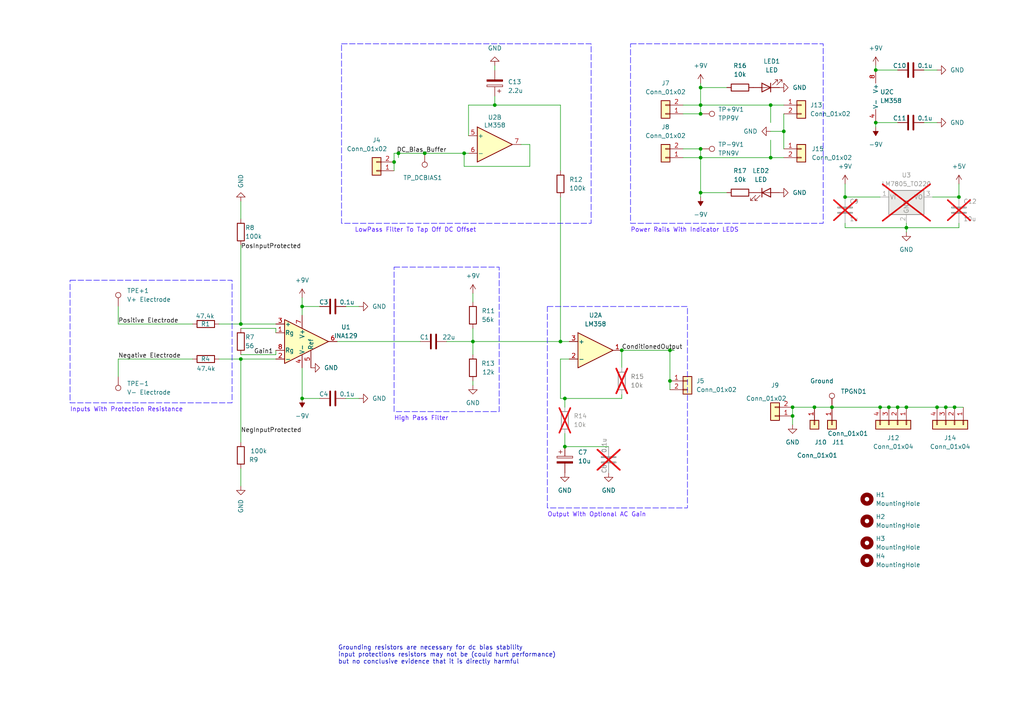
<source format=kicad_sch>
(kicad_sch (version 20231120) (generator "eeschema") (generator_version "8.0")
  (paper "A4")
  (lib_symbols
    (symbol "Amplifier_Instrumentation:INA129" (pin_names (offset 0.127))
      (property "Reference" "U" (at 3.81 3.175 0))
      (property "Value" "INA129" (at 3.81 -3.175 0))
      (symbol "INA129_0_1"
        (polyline (pts (xy 7.62 0) (xy -5.08 6.35) (xy -5.08 -6.35) (xy 7.62 0)) (stroke (width 0.254)) (fill (type background)))
      )
      (symbol "INA129_1_1"
        (pin passive line (at -7.62 2.54 0) (length 2.54) (name "Rg") (number "1"))
        (pin input line (at -7.62 -5.08 0) (length 2.54) (name "-") (number "2"))
        (pin input line (at -7.62 5.08 0) (length 2.54) (name "+") (number "3"))
        (pin power_in line (at 0 -7.62 90) (length 3.81) (name "V-") (number "4"))
        (pin input line (at 2.54 -7.62 90) (length 5.08) (name "Ref") (number "5"))
        (pin output line (at 10.16 0 180) (length 2.54) (name "~") (number "6"))
        (pin power_in line (at 0 7.62 270) (length 3.81) (name "V+") (number "7"))
        (pin passive line (at -7.62 -2.54 0) (length 2.54) (name "Rg") (number "8"))
      )
    )
    (symbol "Amplifier_Operational:LM358" (pin_names (offset 0.127))
      (property "Reference" "U" (at 0 5.08 0))
      (property "Value" "LM358" (at 0 -5.08 0))
      (symbol "LM358_1_1"
        (polyline (pts (xy -5.08 5.08) (xy 5.08 0) (xy -5.08 -5.08) (xy -5.08 5.08)) (stroke (width 0.254)) (fill (type background)))
        (pin output line (at 7.62 0 180) (length 2.54) (name "~") (number "1"))
        (pin input line (at -7.62 -2.54 0) (length 2.54) (name "-") (number "2"))
        (pin input line (at -7.62 2.54 0) (length 2.54) (name "+") (number "3"))
      )
      (symbol "LM358_2_1"
        (polyline (pts (xy -5.08 5.08) (xy 5.08 0) (xy -5.08 -5.08) (xy -5.08 5.08)) (stroke (width 0.254)) (fill (type background)))
        (pin input line (at -7.62 2.54 0) (length 2.54) (name "+") (number "5"))
        (pin input line (at -7.62 -2.54 0) (length 2.54) (name "-") (number "6"))
        (pin output line (at 7.62 0 180) (length 2.54) (name "~") (number "7"))
      )
      (symbol "LM358_3_1"
        (pin power_in line (at -2.54 -7.62 90) (length 3.81) (name "V-") (number "4"))
        (pin power_in line (at -2.54 7.62 270) (length 3.81) (name "V+") (number "8"))
      )
    )
    (symbol "Connector:TestPoint" (pin_numbers hide) (pin_names (offset 0.762) hide)
      (property "Reference" "TP" (at 0 6.858 0))
      (property "Value" "TestPoint" (at 0 5.08 0))
      (symbol "TestPoint_0_1"
        (circle (center 0 3.302) (radius 0.762))
      )
      (symbol "TestPoint_1_1"
        (pin passive line (at 0 0 90) (length 2.54) (name "1") (number "1"))
      )
    )
    (symbol "Connector_Generic:Conn_01x01" (pin_names (offset 1.016) hide)
      (property "Reference" "J" (at 0 2.54 0))
      (property "Value" "Conn_01x01" (at 0 -2.54 0))
      (symbol "Conn_01x01_1_1"
        (rectangle (start -1.27 0.127) (end 0 -0.127) (stroke (width 0.1524)))
        (rectangle (start -1.27 1.27) (end 1.27 -1.27) (stroke (width 0.254)) (fill (type background)))
        (pin passive line (at -5.08 0 0) (length 3.81) (name "Pin_1") (number "1"))
      )
    )
    (symbol "Connector_Generic:Conn_01x02" (pin_names (offset 1.016) hide)
      (property "Reference" "J" (at 0 2.54 0))
      (property "Value" "Conn_01x02" (at 0 -5.08 0))
      (symbol "Conn_01x02_1_1"
        (rectangle (start -1.27 -2.413) (end 0 -2.667) (stroke (width 0.1524)))
        (rectangle (start -1.27 0.127) (end 0 -0.127) (stroke (width 0.1524)))
        (rectangle (start -1.27 1.27) (end 1.27 -3.81) (stroke (width 0.254)) (fill (type background)))
        (pin passive line (at -5.08 0 0) (length 3.81) (name "Pin_1") (number "1"))
        (pin passive line (at -5.08 -2.54 0) (length 3.81) (name "Pin_2") (number "2"))
      )
    )
    (symbol "Connector_Generic:Conn_01x04" (pin_names (offset 1.016) hide)
      (property "Reference" "J" (at 0 5.08 0))
      (property "Value" "Conn_01x04" (at 0 -7.62 0))
      (symbol "Conn_01x04_1_1"
        (rectangle (start -1.27 -4.953) (end 0 -5.207) (stroke (width 0.1524)))
        (rectangle (start -1.27 -2.413) (end 0 -2.667) (stroke (width 0.1524)))
        (rectangle (start -1.27 0.127) (end 0 -0.127) (stroke (width 0.1524)))
        (rectangle (start -1.27 2.667) (end 0 2.413) (stroke (width 0.1524)))
        (rectangle (start -1.27 3.81) (end 1.27 -6.35) (stroke (width 0.254)) (fill (type background)))
        (pin passive line (at -5.08 2.54 0) (length 3.81) (name "Pin_1") (number "1"))
        (pin passive line (at -5.08 0 0) (length 3.81) (name "Pin_2") (number "2"))
        (pin passive line (at -5.08 -2.54 0) (length 3.81) (name "Pin_3") (number "3"))
        (pin passive line (at -5.08 -5.08 0) (length 3.81) (name "Pin_4") (number "4"))
      )
    )
    (symbol "Device:C" (pin_numbers hide) (pin_names (offset 0.254))
      (property "Reference" "C" (at 0.635 2.54 0))
      (property "Value" "C" (at 0.635 -2.54 0))
      (symbol "C_0_1"
        (polyline (pts (xy -2.032 -0.762) (xy 2.032 -0.762)) (stroke (width 0.508)))
        (polyline (pts (xy -2.032 0.762) (xy 2.032 0.762)) (stroke (width 0.508)))
      )
      (symbol "C_1_1"
        (pin passive line (at 0 3.81 270) (length 2.794) (name "~") (number "1"))
        (pin passive line (at 0 -3.81 90) (length 2.794) (name "~") (number "2"))
      )
    )
    (symbol "Device:C_Polarized" (pin_numbers hide) (pin_names (offset 0.254))
      (property "Reference" "C" (at 0.635 2.54 0))
      (property "Value" "C_Polarized" (at 0.635 -2.54 0))
      (symbol "C_Polarized_0_1"
        (rectangle (start -2.286 0.508) (end 2.286 1.016))
        (polyline (pts (xy -1.778 2.286) (xy -0.762 2.286)))
        (polyline (pts (xy -1.27 2.794) (xy -1.27 1.778)))
        (rectangle (start 2.286 -0.508) (end -2.286 -1.016) (fill (type outline)))
      )
      (symbol "C_Polarized_1_1"
        (pin passive line (at 0 3.81 270) (length 2.794) (name "~") (number "1"))
        (pin passive line (at 0 -3.81 90) (length 2.794) (name "~") (number "2"))
      )
    )
    (symbol "Device:LED" (pin_numbers hide) (pin_names (offset 1.016) hide)
      (property "Reference" "D" (at 0 2.54 0))
      (property "Value" "LED" (at 0 -2.54 0))
      (symbol "LED_0_1"
        (polyline (pts (xy -1.27 -1.27) (xy -1.27 1.27)) (stroke (width 0.254)))
        (polyline (pts (xy -1.27 0) (xy 1.27 0)))
        (polyline (pts (xy 1.27 -1.27) (xy 1.27 1.27) (xy -1.27 0) (xy 1.27 -1.27)) (stroke (width 0.254)))
        (polyline (pts (xy -3.048 -0.762) (xy -4.572 -2.286) (xy -3.81 -2.286) (xy -4.572 -2.286) (xy -4.572 -1.524)))
        (polyline (pts (xy -1.778 -0.762) (xy -3.302 -2.286) (xy -2.54 -2.286) (xy -3.302 -2.286) (xy -3.302 -1.524)))
      )
      (symbol "LED_1_1"
        (pin passive line (at -3.81 0 0) (length 2.54) (name "K") (number "1"))
        (pin passive line (at 3.81 0 180) (length 2.54) (name "A") (number "2"))
      )
    )
    (symbol "Device:R" (pin_numbers hide) (pin_names (offset 0))
      (property "Reference" "R" (at 2.032 0 90))
      (property "Value" "R" (at 0 0 90))
      (symbol "R_0_1"
        (rectangle (start -1.016 -2.54) (end 1.016 2.54) (stroke (width 0.254)))
      )
      (symbol "R_1_1"
        (pin passive line (at 0 3.81 270) (length 1.27) (name "~") (number "1"))
        (pin passive line (at 0 -3.81 90) (length 1.27) (name "~") (number "2"))
      )
    )
    (symbol "Mechanical:MountingHole" (pin_names (offset 1.016))
      (property "Reference" "H" (at 0 5.08 0))
      (property "Value" "MountingHole" (at 0 3.175 0))
      (symbol "MountingHole_0_1"
        (circle (center 0 0) (radius 1.27) (stroke (width 1.27)))
      )
    )
    (symbol "Regulator_Linear:LM7805_TO220" (pin_names (offset 0.254))
      (property "Reference" "U" (at -3.81 3.175 0))
      (property "Value" "LM7805_TO220" (at 0 3.175 0))
      (symbol "LM7805_TO220_0_1"
        (rectangle (start -5.08 1.905) (end 5.08 -5.08) (stroke (width 0.254)) (fill (type background)))
      )
      (symbol "LM7805_TO220_1_1"
        (pin power_in line (at -7.62 0 0) (length 2.54) (name "VI") (number "1"))
        (pin power_in line (at 0 -7.62 90) (length 2.54) (name "GND") (number "2"))
        (pin power_out line (at 7.62 0 180) (length 2.54) (name "VO") (number "3"))
      )
    )
    (symbol "power:+5V" (power) (pin_names (offset 0))
      (property "Value" "+5V" (at 0 3.556 0))
      (symbol "+5V_0_1"
        (polyline (pts (xy -0.762 1.27) (xy 0 2.54)))
        (polyline (pts (xy 0 0) (xy 0 2.54)))
        (polyline (pts (xy 0 2.54) (xy 0.762 1.27)))
      )
      (symbol "+5V_1_1"
        (pin power_in line (at 0 0 90) (length 0) hide (name "+5V") (number "1"))
      )
    )
    (symbol "power:+9V" (power) (pin_names (offset 0))
      (property "Value" "+9V" (at 0 3.556 0))
      (symbol "+9V_0_1"
        (polyline (pts (xy -0.762 1.27) (xy 0 2.54)))
        (polyline (pts (xy 0 0) (xy 0 2.54)))
        (polyline (pts (xy 0 2.54) (xy 0.762 1.27)))
      )
      (symbol "+9V_1_1"
        (pin power_in line (at 0 0 90) (length 0) hide (name "+9V") (number "1"))
      )
    )
    (symbol "power:-9V" (power) (pin_names (offset 0))
      (property "Value" "-9V" (at 0 3.81 0))
      (symbol "-9V_0_1"
        (polyline (pts (xy 0 0) (xy 0 2.54)))
        (polyline (pts (xy 0.762 1.27) (xy -0.762 1.27) (xy 0 2.54) (xy 0.762 1.27)) (fill (type outline)))
      )
      (symbol "-9V_1_1"
        (pin power_in line (at 0 0 90) (length 0) hide (name "-9V") (number "1"))
      )
    )
    (symbol "power:GND" (power) (pin_names (offset 0))
      (property "Value" "GND" (at 0 -3.81 0))
      (symbol "GND_0_1"
        (polyline (pts (xy 0 0) (xy 0 -1.27) (xy 1.27 -1.27) (xy 0 -2.54) (xy -1.27 -1.27) (xy 0 -1.27)))
      )
      (symbol "GND_1_1"
        (pin power_in line (at 0 0 270) (length 0) hide (name "GND") (number "1"))
      )
    )
  )
  (junction (at 163.83 129.54))
  (junction (at 203.2 43.18))
  (junction (at 194.31 110.49))
  (junction (at 223.52 45.72))
  (junction (at 203.2 33.02))
  (junction (at 262.89 66.04))
  (junction (at 87.63 88.9))
  (junction (at 134.62 44.45))
  (junction (at 143.51 30.48))
  (junction (at 276.86 118.11))
  (junction (at 227.33 38.1))
  (junction (at 223.52 30.48))
  (junction (at 278.13 57.15))
  (junction (at 69.85 104.14))
  (junction (at 241.3 118.11))
  (junction (at 137.16 99.06))
  (junction (at 229.87 118.11))
  (junction (at 271.78 118.11))
  (junction (at 257.81 118.11))
  (junction (at 194.31 101.6))
  (junction (at 87.63 115.57))
  (junction (at 245.11 57.15))
  (junction (at 203.2 25.4))
  (junction (at 203.2 55.88))
  (junction (at 123.19 44.45))
  (junction (at 69.85 93.98))
  (junction (at 254 35.56))
  (junction (at 236.22 118.11))
  (junction (at 260.35 118.11))
  (junction (at 114.3 46.99))
  (junction (at 203.2 45.72))
  (junction (at 254 20.32))
  (junction (at 262.89 118.11))
  (junction (at 229.87 120.65))
  (junction (at 255.27 118.11))
  (junction (at 180.34 101.6))
  (junction (at 274.32 118.11))
  (junction (at 163.83 115.57))
  (junction (at 162.56 99.06))
  (junction (at 203.2 30.48))
  (junction (at 115.57 44.45))
  (wire (pts (xy 227.33 38.1) (xy 227.33 43.18)))
  (wire (pts (xy 114.3 46.99) (xy 114.3 49.53)))
  (wire (pts (xy 137.16 95.25) (xy 137.16 99.06)))
  (wire (pts (xy 198.12 30.48) (xy 203.2 30.48)))
  (wire (pts (xy 198.12 43.18) (xy 203.2 43.18)))
  (wire (pts (xy 203.2 24.13) (xy 203.2 25.4)))
  (wire (pts (xy 229.87 120.65) (xy 229.87 123.19)))
  (wire (pts (xy 69.85 93.98) (xy 80.01 93.98)))
  (wire (pts (xy 92.71 88.9) (xy 87.63 88.9)))
  (wire (pts (xy 245.11 57.15) (xy 255.27 57.15)))
  (wire (pts (xy 245.11 66.04) (xy 262.89 66.04)))
  (wire (pts (xy 194.31 110.49) (xy 194.31 113.03)))
  (wire (pts (xy 143.51 27.94) (xy 143.51 30.48)))
  (wire (pts (xy 210.82 25.4) (xy 203.2 25.4)))
  (wire (pts (xy 180.34 101.6) (xy 180.34 106.68)))
  (wire (pts (xy 260.35 118.11) (xy 262.89 118.11)))
  (wire (pts (xy 203.2 43.18) (xy 203.2 45.72)))
  (wire (pts (xy 262.89 64.77) (xy 262.89 66.04)))
  (wire (pts (xy 100.33 88.9) (xy 104.14 88.9)))
  (wire (pts (xy 162.56 57.15) (xy 162.56 99.06)))
  (wire (pts (xy 100.33 115.57) (xy 104.14 115.57)))
  (wire (pts (xy 276.86 118.11) (xy 279.4 118.11)))
  (wire (pts (xy 245.11 64.77) (xy 245.11 66.04)))
  (wire (pts (xy 203.2 30.48) (xy 203.2 33.02)))
  (wire (pts (xy 229.87 118.11) (xy 229.87 120.65)))
  (wire (pts (xy 80.01 95.25) (xy 80.01 96.52)))
  (wire (pts (xy 227.33 33.02) (xy 227.33 38.1)))
  (wire (pts (xy 255.27 118.11) (xy 257.81 118.11)))
  (wire (pts (xy 162.56 30.48) (xy 162.56 49.53)))
  (wire (pts (xy 254 36.83) (xy 254 35.56)))
  (wire (pts (xy 34.29 104.14) (xy 55.88 104.14)))
  (wire (pts (xy 163.83 125.73) (xy 163.83 129.54)))
  (wire (pts (xy 223.52 40.64) (xy 223.52 45.72)))
  (wire (pts (xy 198.12 33.02) (xy 203.2 33.02)))
  (wire (pts (xy 97.79 99.06) (xy 121.92 99.06)))
  (wire (pts (xy 271.78 118.11) (xy 274.32 118.11)))
  (wire (pts (xy 34.29 88.9) (xy 34.29 93.98)))
  (wire (pts (xy 87.63 88.9) (xy 87.63 91.44)))
  (wire (pts (xy 69.85 95.25) (xy 80.01 95.25)))
  (wire (pts (xy 257.81 118.11) (xy 260.35 118.11)))
  (wire (pts (xy 223.52 45.72) (xy 227.33 45.72)))
  (wire (pts (xy 114.3 44.45) (xy 114.3 46.99)))
  (wire (pts (xy 180.34 101.6) (xy 194.31 101.6)))
  (wire (pts (xy 134.62 48.26) (xy 153.67 48.26)))
  (wire (pts (xy 254 35.56) (xy 260.35 35.56)))
  (wire (pts (xy 143.51 19.05) (xy 143.51 20.32)))
  (wire (pts (xy 135.89 30.48) (xy 143.51 30.48)))
  (wire (pts (xy 63.5 93.98) (xy 69.85 93.98)))
  (wire (pts (xy 274.32 118.11) (xy 276.86 118.11)))
  (wire (pts (xy 92.71 115.57) (xy 87.63 115.57)))
  (wire (pts (xy 223.52 45.72) (xy 203.2 45.72)))
  (wire (pts (xy 236.22 118.11) (xy 229.87 118.11)))
  (wire (pts (xy 223.52 30.48) (xy 227.33 30.48)))
  (wire (pts (xy 134.62 48.26) (xy 134.62 44.45)))
  (wire (pts (xy 123.19 44.45) (xy 134.62 44.45)))
  (wire (pts (xy 162.56 104.14) (xy 162.56 115.57)))
  (wire (pts (xy 254 20.32) (xy 260.35 20.32)))
  (wire (pts (xy 203.2 57.15) (xy 203.2 55.88)))
  (wire (pts (xy 34.29 104.14) (xy 34.29 109.22)))
  (wire (pts (xy 180.34 114.3) (xy 180.34 115.57)))
  (wire (pts (xy 267.97 35.56) (xy 271.78 35.56)))
  (wire (pts (xy 270.51 57.15) (xy 278.13 57.15)))
  (wire (pts (xy 163.83 129.54) (xy 176.53 129.54)))
  (wire (pts (xy 267.97 20.32) (xy 271.78 20.32)))
  (wire (pts (xy 69.85 71.12) (xy 69.85 93.98)))
  (wire (pts (xy 223.52 38.1) (xy 227.33 38.1)))
  (wire (pts (xy 203.2 55.88) (xy 203.2 45.72)))
  (wire (pts (xy 198.12 45.72) (xy 203.2 45.72)))
  (wire (pts (xy 80.01 102.87) (xy 80.01 101.6)))
  (wire (pts (xy 129.54 99.06) (xy 137.16 99.06)))
  (wire (pts (xy 162.56 99.06) (xy 165.1 99.06)))
  (wire (pts (xy 137.16 85.09) (xy 137.16 87.63)))
  (wire (pts (xy 137.16 110.49) (xy 137.16 111.76)))
  (wire (pts (xy 87.63 86.36) (xy 87.63 88.9)))
  (wire (pts (xy 245.11 53.34) (xy 245.11 57.15)))
  (wire (pts (xy 223.52 35.56) (xy 223.52 30.48)))
  (wire (pts (xy 210.82 55.88) (xy 203.2 55.88)))
  (wire (pts (xy 203.2 25.4) (xy 203.2 30.48)))
  (wire (pts (xy 87.63 106.68) (xy 87.63 115.57)))
  (wire (pts (xy 137.16 99.06) (xy 162.56 99.06)))
  (wire (pts (xy 135.89 30.48) (xy 135.89 39.37)))
  (wire (pts (xy 69.85 135.89) (xy 69.85 140.97)))
  (wire (pts (xy 223.52 30.48) (xy 203.2 30.48)))
  (wire (pts (xy 163.83 115.57) (xy 163.83 118.11)))
  (wire (pts (xy 194.31 101.6) (xy 194.31 110.49)))
  (wire (pts (xy 69.85 102.87) (xy 80.01 102.87)))
  (wire (pts (xy 254 19.05) (xy 254 20.32)))
  (wire (pts (xy 115.57 44.45) (xy 123.19 44.45)))
  (wire (pts (xy 80.01 104.14) (xy 69.85 104.14)))
  (wire (pts (xy 153.67 41.91) (xy 153.67 48.26)))
  (wire (pts (xy 162.56 115.57) (xy 163.83 115.57)))
  (wire (pts (xy 262.89 66.04) (xy 278.13 66.04)))
  (wire (pts (xy 69.85 104.14) (xy 69.85 128.27)))
  (wire (pts (xy 63.5 104.14) (xy 69.85 104.14)))
  (wire (pts (xy 137.16 99.06) (xy 137.16 102.87)))
  (wire (pts (xy 34.29 93.98) (xy 55.88 93.98)))
  (wire (pts (xy 114.3 44.45) (xy 115.57 44.45)))
  (wire (pts (xy 194.31 101.6) (xy 195.58 101.6)))
  (wire (pts (xy 69.85 58.42) (xy 69.85 63.5)))
  (wire (pts (xy 241.3 118.11) (xy 236.22 118.11)))
  (wire (pts (xy 165.1 104.14) (xy 162.56 104.14)))
  (wire (pts (xy 151.13 41.91) (xy 153.67 41.91)))
  (wire (pts (xy 262.89 118.11) (xy 271.78 118.11)))
  (wire (pts (xy 115.57 44.45) (xy 115.57 45.72)))
  (wire (pts (xy 134.62 44.45) (xy 135.89 44.45)))
  (wire (pts (xy 262.89 66.04) (xy 262.89 67.31)))
  (wire (pts (xy 163.83 115.57) (xy 180.34 115.57)))
  (wire (pts (xy 278.13 53.34) (xy 278.13 57.15)))
  (wire (pts (xy 278.13 64.77) (xy 278.13 66.04)))
  (wire (pts (xy 241.3 118.11) (xy 255.27 118.11)))
  (wire (pts (xy 143.51 30.48) (xy 162.56 30.48)))
  (rectangle (start 114.3 77.47) (end 144.78 119.38) (stroke (width 0) (type dash) (color 26 0 255 1)))
  (rectangle (start 20.32 81.28) (end 67.31 116.84) (stroke (width 0) (type dash) (color 26 0 255 1)))
  (rectangle (start 158.75 88.9) (end 199.39 147.32) (stroke (width 0) (type dash) (color 26 0 255 1)))
  (rectangle (start 182.88 12.7) (end 238.76 64.77) (stroke (width 0) (type dash) (color 26 0 255 1)))
  (rectangle (start 99.06 12.7) (end 171.45 64.77) (stroke (width 0) (type dash) (color 26 0 255 1)))
  (text "Power Rails With Indicator LEDS" (at 182.88 66.04 0) (effects (font (size 1.27 1.27)) (justify left top)))
  (text "Output With Optional AC Gain\n" (at 158.75 148.59 0) (effects (font (size 1.27 1.27)) (justify left top)))
  (text "Inputs With Protection Resistance" (at 20.32 118.11 0) (effects (font (size 1.27 1.27)) (justify left top)))
  (text "High Pass Filter\n" (at 114.3 120.65 0) (effects (font (size 1.27 1.27)) (justify left top)))
  (text "LowPass Filter To Tap Off DC Offset" (at 102.87 66.04 0) (effects (font (size 1.27 1.27)) (justify left top)))
  (text "Grounding resistors are necessary for dc bias stability\ninput protections resistors may not be (could hurt performance)\nbut no conclusive evidence that it is directly harmful\n" (at 98.044 192.786 0) (effects (font (size 1.27 1.27)) (justify left bottom)))
  (label "Negative Electrode" (at 34.29 104.14 0))
  (label "ConditionedOutput" (at 180.34 101.6 0))
  (label "Gain1" (at 73.66 102.87 0))
  (label "Positive Electrode" (at 34.29 93.98 0))
  (label "PosInputProtected" (at 69.85 72.39 0))
  (label "NegInputProtected" (at 69.85 125.73 0))
  (label "DC_Bias_Buffer" (at 129.54 44.45 180))
  (symbol (lib_id "power:+9V") (at 87.63 86.36 0) (unit 1)
    (property "Reference" "#PWR05" (effects (hide yes)))
    (property "Value" "+9V" (at 87.63 81.28 0))
  )
  (symbol (lib_id "Device:R") (at 137.16 106.68 180) (unit 1)
    (property "Reference" "R13" (at 143.51 105.41 0) (effects (justify left)))
    (property "Value" "12k" (at 143.51 107.95 0) (effects (justify left)))
    (property "Footprint" "Resistor_SMD:R_1206_3216Metric_Pad1.30x1.75mm_HandSolder" (effects (hide yes)))
  )
  (symbol (lib_id "Device:LED") (at 222.25 25.4 180) (unit 1)
    (property "Reference" "LED1" (at 223.8375 17.78 0))
    (property "Value" "LED" (at 223.8375 20.32 0))
    (property "Footprint" "LED_SMD:LED_1206_3216Metric_Pad1.42x1.75mm_HandSolder" (effects (hide yes)))
    (property "Description" "Light emitting diode" (effects (hide yes)))
  )
  (symbol (lib_id "Mechanical:MountingHole") (at 251.46 144.78 0) (unit 1)
    (property "Reference" "H1" (at 254 143.51 0) (effects (justify left)))
    (property "Value" "MountingHole" (at 254 146.05 0) (effects (justify left)))
    (property "Footprint" "MountingHole:MountingHole_3.2mm_M3" (effects (hide yes)))
  )
  (symbol (lib_id "Device:C") (at 264.16 20.32 90) (unit 1)
    (property "Reference" "C10" (at 262.89 19.05 90) (effects (justify left)))
    (property "Value" "0.1u" (at 270.51 19.05 90) (effects (justify left)))
    (property "Footprint" "Capacitor_SMD:C_1206_3216Metric_Pad1.33x1.80mm_HandSolder" (effects (hide yes)))
  )
  (symbol (lib_id "Connector_Generic:Conn_01x04") (at 276.86 123.19 270) (unit 1)
    (property "Reference" "J14" (at 275.59 127 90))
    (property "Value" "Conn_01x04" (at 275.59 129.54 90))
    (property "Footprint" "Connector_PinHeader_2.54mm:PinHeader_1x04_P2.54mm_Vertical" (effects (hide yes)))
    (property "Description" "Generic connector, single row, 01x04, script generated (kicad-library-utils/schlib/autogen/connector/)" (effects (hide yes)))
  )
  (symbol (lib_id "Device:R") (at 59.69 104.14 90) (unit 1)
    (property "Reference" "R4" (at 60.96 104.14 90) (effects (justify left)))
    (property "Value" "47.4k" (at 62.484 106.934 90) (effects (justify left)))
    (property "Footprint" "Resistor_SMD:R_1206_3216Metric_Pad1.30x1.75mm_HandSolder" (effects (hide yes)))
  )
  (symbol (lib_id "power:+9V") (at 137.16 85.09 0) (unit 1)
    (property "Reference" "#PWR08" (effects (hide yes)))
    (property "Value" "+9V" (at 137.16 80.01 0))
  )
  (symbol (lib_id "Connector_Generic:Conn_01x01") (at 236.22 123.19 270) (unit 1)
    (property "Reference" "J10" (at 236.22 128.27 90) (effects (justify left)))
    (property "Value" "Conn_01x01" (at 231.14 132.08 90) (effects (justify left)))
    (property "Footprint" "Connector_PinHeader_2.54mm:PinHeader_1x01_P2.54mm_Vertical" (effects (hide yes)))
  )
  (symbol (lib_id "power:GND") (at 229.87 123.19 0) (unit 1)
    (property "Reference" "#PWR017" (effects (hide yes)))
    (property "Value" "GND" (at 229.87 128.27 0))
  )
  (symbol (lib_id "power:GND") (at 176.53 137.16 0) (unit 1)
    (property "Reference" "#PWR014" (effects (hide yes)))
    (property "Value" "GND" (at 176.53 142.24 0))
  )
  (symbol (lib_id "Device:C") (at 125.73 99.06 90) (unit 1)
    (property "Reference" "C1" (at 124.46 97.79 90) (effects (justify left)))
    (property "Value" "22u" (at 132.08 97.79 90) (effects (justify left)))
    (property "Footprint" "Capacitor_THT:C_Rect_L7.2mm_W3.5mm_P5.00mm_FKS2_FKP2_MKS2_MKP2" (effects (hide yes)))
    (property "Description" "R82EC3220Z370J" (effects (hide yes)))
  )
  (symbol (lib_id "power:GND") (at 262.89 67.31 0) (unit 1)
    (property "Reference" "#PWR023" (effects (hide yes)))
    (property "Value" "GND" (at 262.89 72.39 0))
  )
  (symbol (lib_id "Amplifier_Operational:LM358") (at 172.72 101.6 0) (unit 1)
    (property "Reference" "U2" (at 172.72 91.44 0))
    (property "Value" "LM358" (at 172.72 93.98 0))
    (property "Footprint" "Package_DIP:DIP-8_W7.62mm_LongPads" (effects (hide yes)))
    (property "Datasheet" "http://www.ti.com/lit/ds/symlink/lm2904-n.pdf" (effects (hide yes)))
  )
  (symbol (lib_id "Device:R") (at 69.85 132.08 180) (unit 1)
    (property "Reference" "R9" (at 74.93 133.35 0) (effects (justify left)))
    (property "Value" "100k" (at 77.47 130.81 0) (effects (justify left)))
    (property "Footprint" "Resistor_SMD:R_1206_3216Metric_Pad1.30x1.75mm_HandSolder" (effects (hide yes)))
  )
  (symbol (lib_id "Device:R") (at 137.16 91.44 0) (unit 1)
    (property "Reference" "R11" (at 139.7 90.1699 0) (effects (justify left)))
    (property "Value" "56k" (at 139.7 92.7099 0) (effects (justify left)))
    (property "Footprint" "Resistor_SMD:R_1206_3216Metric_Pad1.30x1.75mm_HandSolder" (effects (hide yes)))
  )
  (symbol (lib_id "Connector:TestPoint") (at 203.2 33.02 270) (unit 1)
    (property "Reference" "TP+9V1" (at 208.28 31.75 90) (effects (justify left)))
    (property "Value" "TPP9V" (at 208.28 34.29 90) (effects (justify left)))
    (property "Footprint" "TestPoint:TestPoint_Pad_D4.0mm" (effects (hide yes)))
  )
  (symbol (lib_id "power:+5V") (at 278.13 53.34 0) (unit 1)
    (property "Reference" "#PWR029" (effects (hide yes)))
    (property "Value" "+5V" (at 278.13 48.26 0))
  )
  (symbol (lib_id "Amplifier_Instrumentation:INA129") (at 87.63 99.06 0) (unit 1)
    (property "Reference" "U1" (at 100.33 94.8691 0))
    (property "Value" "INA129" (at 100.33 97.4091 0))
    (property "Footprint" "Package_DIP:DIP-8_W7.62mm_LongPads" (effects (hide yes)))
    (property "Datasheet" "http://www.ti.com/lit/ds/symlink/ina128.pdf" (effects (hide yes)))
  )
  (symbol (lib_id "Connector_Generic:Conn_01x02") (at 193.04 45.72 180) (unit 1)
    (property "Reference" "J8" (at 193.04 36.83 0))
    (property "Value" "Conn_01x02" (at 193.04 39.37 0))
    (property "Footprint" "Connector_PinHeader_2.54mm:PinHeader_1x02_P2.54mm_Vertical" (effects (hide yes)))
  )
  (symbol (lib_id "power:-9V") (at 87.63 115.57 180) (unit 1)
    (property "Reference" "#PWR06" (effects (hide yes)))
    (property "Value" "-9V" (at 87.63 120.65 0))
  )
  (symbol (lib_id "Device:C") (at 264.16 35.56 90) (unit 1)
    (property "Reference" "C11" (at 262.89 34.29 90) (effects (justify left)))
    (property "Value" "0.1u" (at 270.51 34.29 90) (effects (justify left)))
    (property "Footprint" "Capacitor_SMD:C_1206_3216Metric_Pad1.33x1.80mm_HandSolder" (effects (hide yes)))
  )
  (symbol (lib_id "Connector_Generic:Conn_01x02") (at 109.22 49.53 180) (unit 1)
    (property "Reference" "J4" (at 109.22 40.64 0))
    (property "Value" "Conn_01x02" (at 106.426 43.18 0))
    (property "Footprint" "Connector_PinHeader_2.54mm:PinHeader_1x02_P2.54mm_Vertical" (effects (hide yes)))
  )
  (symbol (lib_id "Device:LED") (at 222.25 55.88 0) (unit 1)
    (property "Reference" "LED2" (at 220.6625 49.53 0))
    (property "Value" "LED" (at 220.6625 52.07 0))
    (property "Footprint" "LED_SMD:LED_1206_3216Metric_Pad1.42x1.75mm_HandSolder" (effects (hide yes)))
    (property "Description" "Light emitting diode" (effects (hide yes)))
  )
  (symbol (lib_id "Device:C") (at 96.52 88.9 90) (unit 1)
    (property "Reference" "C3" (at 95.25 87.63 90) (effects (justify left)))
    (property "Value" "0.1u" (at 102.87 87.63 90) (effects (justify left)))
    (property "Footprint" "Capacitor_SMD:C_1206_3216Metric_Pad1.33x1.80mm_HandSolder" (effects (hide yes)))
  )
  (symbol (lib_id "power:+9V") (at 203.2 24.13 0) (unit 1)
    (property "Reference" "#PWR015" (effects (hide yes)))
    (property "Value" "+9V" (at 203.2 19.05 0))
  )
  (symbol (lib_id "Device:R") (at 69.85 67.31 0) (unit 1)
    (property "Reference" "R8" (at 71.12 66.04 0) (effects (justify left)))
    (property "Value" "100k" (at 71.12 68.58 0) (effects (justify left)))
    (property "Footprint" "Resistor_SMD:R_1206_3216Metric_Pad1.30x1.75mm_HandSolder" (effects (hide yes)))
  )
  (symbol (lib_id "Amplifier_Operational:LM358") (at 256.54 27.94 0) (unit 3)
    (property "Reference" "U2" (at 255.27 26.67 0) (effects (justify left)))
    (property "Value" "LM358" (at 255.27 29.21 0) (effects (justify left)))
    (property "Footprint" "Package_DIP:DIP-8_W7.62mm_LongPads" (effects (hide yes)))
    (property "Datasheet" "http://www.ti.com/lit/ds/symlink/lm2904-n.pdf" (effects (hide yes)))
  )
  (symbol (lib_id "Device:C_Polarized") (at 163.83 133.35 0) (unit 1)
    (property "Reference" "C7" (at 167.64 131.191 0) (effects (justify left)))
    (property "Value" "10u" (at 167.64 133.731 0) (effects (justify left)))
    (property "Footprint" "Capacitor_THT:CP_Radial_D4.0mm_P2.00mm" (effects (hide yes)))
  )
  (symbol (lib_id "power:-9V") (at 254 36.83 180) (unit 1)
    (property "Reference" "#PWR022" (effects (hide yes)))
    (property "Value" "-9V" (at 254 41.91 0))
  )
  (symbol (lib_id "power:GND") (at 137.16 111.76 0) (unit 1)
    (property "Reference" "#PWR012" (effects (hide yes)))
    (property "Value" "GND" (at 137.16 116.84 0))
  )
  (symbol (lib_id "power:GND") (at 69.85 58.42 180) (unit 1)
    (property "Reference" "#PWR03" (effects (hide yes)))
    (property "Value" "GND" (at 69.85 54.61 90) (effects (justify right)))
  )
  (symbol (lib_id "power:GND") (at 271.78 20.32 90) (unit 1)
    (property "Reference" "#PWR027" (effects (hide yes)))
    (property "Value" "GND" (at 275.59 20.32 90) (effects (justify right)))
  )
  (symbol (lib_id "Connector_Generic:Conn_01x02") (at 199.39 110.49 0) (unit 1)
    (property "Reference" "J5" (at 201.93 110.4899 0) (effects (justify left)))
    (property "Value" "Conn_01x02" (at 201.93 113.0299 0) (effects (justify left)))
    (property "Footprint" "Connector_PinHeader_2.54mm:PinHeader_1x02_P2.54mm_Vertical" (effects (hide yes)))
  )
  (symbol (lib_id "Connector_Generic:Conn_01x02") (at 232.41 43.18 0) (unit 1)
    (property "Reference" "J15" (at 235.3882 43.1799 0) (effects (justify left)))
    (property "Value" "Conn_01x02" (at 235.3882 45.7199 0) (effects (justify left)))
    (property "Footprint" "Connector_PinHeader_2.54mm:PinHeader_1x02_P2.54mm_Vertical" (effects (hide yes)))
  )
  (symbol (lib_id "power:GND") (at 69.85 140.97 0) (unit 1)
    (property "Reference" "#PWR04" (effects (hide yes)))
    (property "Value" "GND" (at 69.85 144.78 90) (effects (justify right)))
  )
  (symbol (lib_id "Device:R") (at 59.69 93.98 90) (unit 1)
    (property "Reference" "R1" (at 60.96 93.98 90) (effects (justify left)))
    (property "Value" "47.4k" (at 62.23 91.694 90) (effects (justify left)))
    (property "Footprint" "Resistor_SMD:R_1206_3216Metric_Pad1.30x1.75mm_HandSolder" (effects (hide yes)))
  )
  (symbol (lib_id "Device:R") (at 69.85 99.06 0) (unit 1)
    (property "Reference" "R7" (at 71.12 97.79 0) (effects (justify left)))
    (property "Value" "56" (at 71.12 100.33 0) (effects (justify left)))
    (property "Footprint" "Resistor_SMD:R_1206_3216Metric_Pad1.30x1.75mm_HandSolder" (effects (hide yes)))
  )
  (symbol (lib_id "Connector_Generic:Conn_01x02") (at 232.41 30.48 0) (unit 1)
    (property "Reference" "J13" (at 234.95 30.4799 0) (effects (justify left)))
    (property "Value" "Conn_01x02" (at 234.95 33.0199 0) (effects (justify left)))
    (property "Footprint" "Connector_PinHeader_2.54mm:PinHeader_1x02_P2.54mm_Vertical" (effects (hide yes)))
  )
  (symbol (lib_id "power:GND") (at 90.17 106.68 90) (unit 1)
    (property "Reference" "#PWR07" (effects (hide yes)))
    (property "Value" "GND" (at 93.98 106.68 90) (effects (justify right)))
  )
  (symbol (lib_id "Amplifier_Operational:LM358") (at 143.51 41.91 0) (unit 2)
    (property "Reference" "U2" (at 143.51 34.036 0))
    (property "Value" "LM358" (at 143.51 36.322 0))
    (property "Footprint" "Package_DIP:DIP-8_W7.62mm_LongPads" (effects (hide yes)))
    (property "Datasheet" "http://www.ti.com/lit/ds/symlink/lm2904-n.pdf" (effects (hide yes)))
  )
  (symbol (lib_id "Device:R") (at 162.56 53.34 0) (unit 1)
    (property "Reference" "R12" (at 165.1 52.0699 0) (effects (justify left)))
    (property "Value" "100k" (at 165.1 54.6099 0) (effects (justify left)))
    (property "Footprint" "Resistor_SMD:R_1206_3216Metric_Pad1.30x1.75mm_HandSolder" (effects (hide yes)))
  )
  (symbol (lib_id "Mechanical:MountingHole") (at 251.46 162.56 0) (unit 1)
    (property "Reference" "H4" (at 254 161.29 0) (effects (justify left)))
    (property "Value" "MountingHole" (at 254 163.83 0) (effects (justify left)))
    (property "Footprint" "MountingHole:MountingHole_3.2mm_M3" (effects (hide yes)))
  )
  (symbol (lib_id "power:GND") (at 271.78 35.56 90) (unit 1)
    (property "Reference" "#PWR028" (effects (hide yes)))
    (property "Value" "GND" (at 275.59 35.56 90) (effects (justify right)))
  )
  (symbol (lib_id "power:GND") (at 104.14 115.57 90) (unit 1)
    (property "Reference" "#PWR011" (effects (hide yes)))
    (property "Value" "GND" (at 107.95 115.57 90) (effects (justify right)))
  )
  (symbol (lib_id "Connector:TestPoint") (at 34.29 109.22 180) (unit 1)
    (property "Reference" "TPE-1" (at 36.83 111.252 0) (effects (justify right)))
    (property "Value" "V- Electrode" (at 36.83 113.792 0) (effects (justify right)))
    (property "Footprint" "TestPoint:TestPoint_Pad_D4.0mm" (effects (hide yes)))
  )
  (symbol (lib_id "power:+9V") (at 254 19.05 0) (unit 1)
    (property "Reference" "#PWR021" (effects (hide yes)))
    (property "Value" "+9V" (at 254 13.97 0))
  )
  (symbol (lib_id "Mechanical:MountingHole") (at 251.46 157.48 0) (unit 1)
    (property "Reference" "H3" (at 254 156.21 0) (effects (justify left)))
    (property "Value" "MountingHole" (at 254 158.75 0) (effects (justify left)))
    (property "Footprint" "MountingHole:MountingHole_3.2mm_M3" (effects (hide yes)))
  )
  (symbol (lib_id "Mechanical:MountingHole") (at 251.46 151.13 0) (unit 1)
    (property "Reference" "H2" (at 254 149.86 0) (effects (justify left)))
    (property "Value" "MountingHole" (at 254 152.4 0) (effects (justify left)))
    (property "Footprint" "MountingHole:MountingHole_3.2mm_M3" (effects (hide yes)))
  )
  (symbol (lib_id "power:GND") (at 143.51 19.05 180) (unit 1)
    (property "Reference" "#PWR09" (effects (hide yes)))
    (property "Value" "GND" (at 143.51 13.97 0))
  )
  (symbol (lib_id "Device:C") (at 245.11 60.96 0) (unit 1) (on_board no) (dnp yes)
    (property "Reference" "C9" (at 246.38 58.42 0) (effects (justify left)))
    (property "Value" "1u" (at 246.38 63.5 0) (effects (justify left)))
    (property "Footprint" "Capacitor_SMD:C_1206_3216Metric_Pad1.33x1.80mm_HandSolder" (effects (hide yes)))
  )
  (symbol (lib_id "Device:C_Polarized") (at 143.51 24.13 180) (unit 1)
    (property "Reference" "C13" (at 147.32 23.7489 0) (effects (justify right)))
    (property "Value" "2.2u" (at 147.32 26.2889 0) (effects (justify right)))
    (property "Footprint" "Capacitor_THT:CP_Radial_D6.3mm_P2.50mm" (effects (hide yes)))
  )
  (symbol (lib_id "Device:C") (at 96.52 115.57 90) (unit 1)
    (property "Reference" "C4" (at 95.25 114.3 90) (effects (justify left)))
    (property "Value" "0.1u" (at 102.87 114.3 90) (effects (justify left)))
    (property "Footprint" "Capacitor_SMD:C_1206_3216Metric_Pad1.33x1.80mm_HandSolder" (effects (hide yes)))
  )
  (symbol (lib_id "Device:R") (at 180.34 110.49 0) (unit 1) (dnp yes)
    (property "Reference" "R15" (at 182.88 109.2199 0) (effects (justify left)))
    (property "Value" "10k" (at 182.88 111.7599 0) (effects (justify left)))
    (property "Footprint" "Resistor_SMD:R_1206_3216Metric_Pad1.30x1.75mm_HandSolder" (effects (hide yes)))
  )
  (symbol (lib_id "power:+9V") (at 245.11 53.34 0) (unit 1)
    (property "Reference" "#PWR020" (effects (hide yes)))
    (property "Value" "+9V" (at 245.11 48.26 0))
  )
  (symbol (lib_id "Connector_Generic:Conn_01x01") (at 241.3 123.19 270) (unit 1)
    (property "Reference" "J11" (at 241.3 128.27 90) (effects (justify left)))
    (property "Value" "Conn_01x01" (at 240.03 125.73 90) (effects (justify left)))
    (property "Footprint" "Connector_PinHeader_2.54mm:PinHeader_1x01_P2.54mm_Vertical" (effects (hide yes)))
  )
  (symbol (lib_id "Device:R") (at 214.63 25.4 90) (unit 1)
    (property "Reference" "R16" (at 214.63 19.05 90))
    (property "Value" "10k" (at 214.63 21.59 90))
    (property "Footprint" "Resistor_SMD:R_1206_3216Metric_Pad1.30x1.75mm_HandSolder" (effects (hide yes)))
  )
  (symbol (lib_id "power:GND") (at 223.52 38.1 270) (unit 1)
    (property "Reference" "#PWR025" (effects (hide yes)))
    (property "Value" "GND" (at 219.71 38.0999 90) (effects (justify right)))
  )
  (symbol (lib_id "Connector:TestPoint") (at 203.2 43.18 270) (unit 1)
    (property "Reference" "TP-9V1" (at 208.28 41.91 90) (effects (justify left)))
    (property "Value" "TPN9V" (at 208.28 44.45 90) (effects (justify left)))
    (property "Footprint" "TestPoint:TestPoint_Pad_D4.0mm" (effects (hide yes)))
  )
  (symbol (lib_id "power:GND") (at 163.83 137.16 0) (unit 1)
    (property "Reference" "#PWR013" (effects (hide yes)))
    (property "Value" "GND" (at 163.83 142.24 0))
  )
  (symbol (lib_id "Device:C") (at 278.13 60.96 0) (unit 1) (on_board no) (dnp yes)
    (property "Reference" "C12" (at 279.4 58.42 0) (effects (justify left)))
    (property "Value" "10u" (at 279.4 63.5 0) (effects (justify left)))
    (property "Footprint" "Capacitor_SMD:C_1206_3216Metric_Pad1.33x1.80mm_HandSolder" (effects (hide yes)))
  )
  (symbol (lib_id "power:GND") (at 104.14 88.9 90) (unit 1)
    (property "Reference" "#PWR010" (effects (hide yes)))
    (property "Value" "GND" (at 107.95 88.9 90) (effects (justify right)))
  )
  (symbol (lib_id "power:GND") (at 226.06 25.4 90) (unit 1)
    (property "Reference" "#PWR018" (effects (hide yes)))
    (property "Value" "GND" (at 229.87 25.4 90) (effects (justify right)))
  )
  (symbol (lib_id "power:GND") (at 226.06 55.88 90) (unit 1)
    (property "Reference" "#PWR019" (effects (hide yes)))
    (property "Value" "GND" (at 229.87 55.88 90) (effects (justify right)))
  )
  (symbol (lib_id "Device:C") (at 176.53 133.35 180) (unit 1) (dnp yes)
    (property "Reference" "C8" (at 175.26 134.62 90) (effects (justify left)))
    (property "Value" "0.1u" (at 175.26 127 90) (effects (justify left)))
    (property "Footprint" "Capacitor_SMD:C_1206_3216Metric_Pad1.33x1.80mm_HandSolder" (effects (hide yes)))
  )
  (symbol (lib_id "Connector:TestPoint") (at 241.3 118.11 0) (unit 1)
    (property "Reference" "TPGND1" (at 243.84 113.538 0) (effects (justify left)))
    (property "Value" "Ground" (at 234.95 110.49 0) (effects (justify left)))
    (property "Footprint" "TestPoint:TestPoint_Pad_D4.0mm" (effects (hide yes)))
  )
  (symbol (lib_id "Connector_Generic:Conn_01x04") (at 260.35 123.19 270) (unit 1)
    (property "Reference" "J12" (at 259.08 127 90))
    (property "Value" "Conn_01x04" (at 259.08 129.54 90))
    (property "Footprint" "Connector_PinHeader_2.54mm:PinHeader_1x04_P2.54mm_Vertical" (effects (hide yes)))
    (property "Description" "Generic connector, single row, 01x04, script generated (kicad-library-utils/schlib/autogen/connector/)" (effects (hide yes)))
  )
  (symbol (lib_id "Regulator_Linear:LM7805_TO220") (at 262.89 57.15 0) (unit 1) (on_board no) (dnp yes)
    (property "Reference" "U3" (at 262.89 50.8 0))
    (property "Value" "LM7805_TO220" (at 262.89 53.34 0))
    (property "Footprint" "Package_TO_SOT_THT:TO-220-3_Vertical" (effects (hide yes)))
    (property "Datasheet" "https://www.onsemi.cn/PowerSolutions/document/MC7800-D.PDF" (effects (hide yes)))
  )
  (symbol (lib_id "Connector:TestPoint") (at 34.29 88.9 0) (unit 1)
    (property "Reference" "TPE+1" (at 36.83 84.328 0) (effects (justify left)))
    (property "Value" "V+ Electrode" (at 36.83 86.868 0) (effects (justify left)))
    (property "Footprint" "TestPoint:TestPoint_Pad_D4.0mm" (effects (hide yes)))
  )
  (symbol (lib_id "Device:R") (at 163.83 121.92 0) (unit 1) (dnp yes)
    (property "Reference" "R14" (at 166.37 120.65 0) (effects (justify left)))
    (property "Value" "10k" (at 166.37 123.19 0) (effects (justify left)))
    (property "Footprint" "Resistor_SMD:R_1206_3216Metric_Pad1.30x1.75mm_HandSolder" (effects (hide yes)))
  )
  (symbol (lib_id "Device:R") (at 214.63 55.88 90) (unit 1)
    (property "Reference" "R17" (at 214.63 49.53 90))
    (property "Value" "10k" (at 214.63 52.07 90))
    (property "Footprint" "Resistor_SMD:R_1206_3216Metric_Pad1.30x1.75mm_HandSolder" (effects (hide yes)))
  )
  (symbol (lib_id "power:-9V") (at 203.2 57.15 180) (unit 1)
    (property "Reference" "#PWR016" (effects (hide yes)))
    (property "Value" "-9V" (at 203.2 62.23 0))
  )
  (symbol (lib_id "Connector:TestPoint") (at 123.19 44.45 180) (unit 1)
    (property "Reference" "TP_DCBIAS1" (at 128.27 51.562 0) (effects (justify left)))
    (property "Value" "Buffered_Output" (effects (hide yes)))
    (property "Footprint" "TestPoint:TestPoint_Pad_D2.5mm" (effects (hide yes)))
  )
  (symbol (lib_id "Connector_Generic:Conn_01x02") (at 224.79 120.65 180) (unit 1)
    (property "Reference" "J9" (at 224.79 111.76 0))
    (property "Value" "Conn_01x02" (at 222.25 115.57 0))
    (property "Footprint" "Connector_PinHeader_2.54mm:PinHeader_1x02_P2.54mm_Vertical" (effects (hide yes)))
  )
  (symbol (lib_id "Connector_Generic:Conn_01x02") (at 193.04 33.02 180) (unit 1)
    (property "Reference" "J7" (at 193.04 24.13 0))
    (property "Value" "Conn_01x02" (at 193.04 26.67 0))
    (property "Footprint" "Connector_PinHeader_2.54mm:PinHeader_1x02_P2.54mm_Vertical" (effects (hide yes)))
  )
)
</source>
